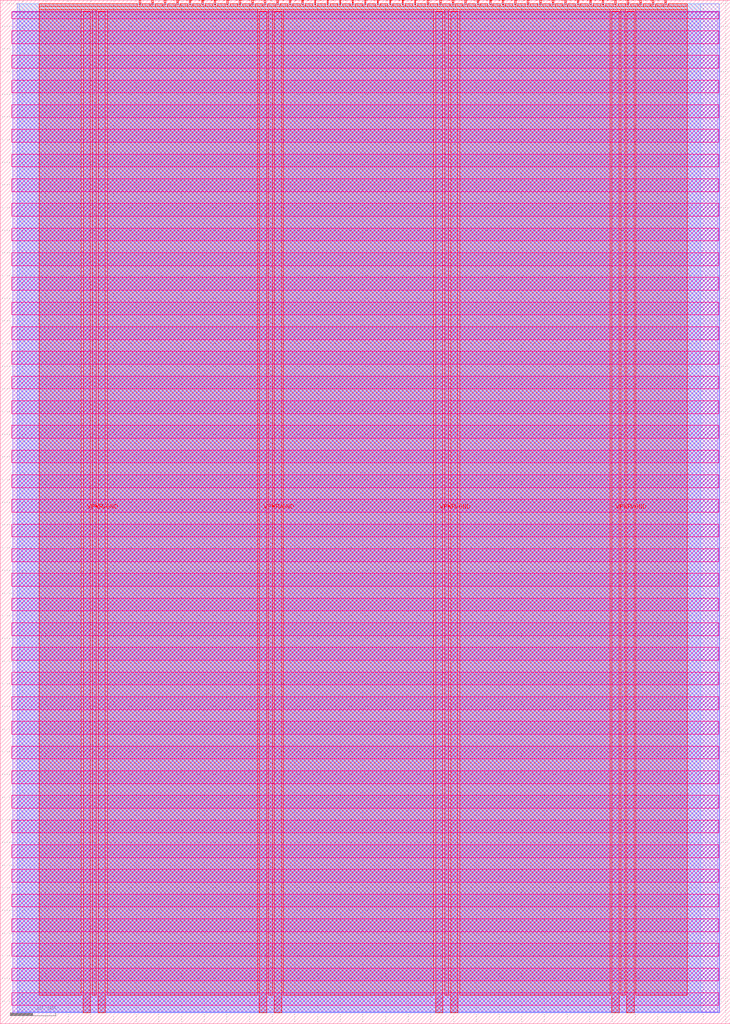
<source format=lef>
VERSION 5.7 ;
  NOWIREEXTENSIONATPIN ON ;
  DIVIDERCHAR "/" ;
  BUSBITCHARS "[]" ;
MACRO tt_um_rejunity_vga_test01
  CLASS BLOCK ;
  FOREIGN tt_um_rejunity_vga_test01 ;
  ORIGIN 0.000 0.000 ;
  SIZE 161.000 BY 225.760 ;
  PIN VGND
    DIRECTION INOUT ;
    USE GROUND ;
    PORT
      LAYER met4 ;
        RECT 21.580 2.480 23.180 223.280 ;
    END
    PORT
      LAYER met4 ;
        RECT 60.450 2.480 62.050 223.280 ;
    END
    PORT
      LAYER met4 ;
        RECT 99.320 2.480 100.920 223.280 ;
    END
    PORT
      LAYER met4 ;
        RECT 138.190 2.480 139.790 223.280 ;
    END
  END VGND
  PIN VPWR
    DIRECTION INOUT ;
    USE POWER ;
    PORT
      LAYER met4 ;
        RECT 18.280 2.480 19.880 223.280 ;
    END
    PORT
      LAYER met4 ;
        RECT 57.150 2.480 58.750 223.280 ;
    END
    PORT
      LAYER met4 ;
        RECT 96.020 2.480 97.620 223.280 ;
    END
    PORT
      LAYER met4 ;
        RECT 134.890 2.480 136.490 223.280 ;
    END
  END VPWR
  PIN clk
    DIRECTION INPUT ;
    USE SIGNAL ;
    ANTENNAGATEAREA 0.852000 ;
    PORT
      LAYER met4 ;
        RECT 143.830 224.760 144.130 225.760 ;
    END
  END clk
  PIN ena
    DIRECTION INPUT ;
    USE SIGNAL ;
    PORT
      LAYER met4 ;
        RECT 146.590 224.760 146.890 225.760 ;
    END
  END ena
  PIN rst_n
    DIRECTION INPUT ;
    USE SIGNAL ;
    ANTENNAGATEAREA 0.196500 ;
    PORT
      LAYER met4 ;
        RECT 141.070 224.760 141.370 225.760 ;
    END
  END rst_n
  PIN ui_in[0]
    DIRECTION INPUT ;
    USE SIGNAL ;
    PORT
      LAYER met4 ;
        RECT 138.310 224.760 138.610 225.760 ;
    END
  END ui_in[0]
  PIN ui_in[1]
    DIRECTION INPUT ;
    USE SIGNAL ;
    PORT
      LAYER met4 ;
        RECT 135.550 224.760 135.850 225.760 ;
    END
  END ui_in[1]
  PIN ui_in[2]
    DIRECTION INPUT ;
    USE SIGNAL ;
    PORT
      LAYER met4 ;
        RECT 132.790 224.760 133.090 225.760 ;
    END
  END ui_in[2]
  PIN ui_in[3]
    DIRECTION INPUT ;
    USE SIGNAL ;
    PORT
      LAYER met4 ;
        RECT 130.030 224.760 130.330 225.760 ;
    END
  END ui_in[3]
  PIN ui_in[4]
    DIRECTION INPUT ;
    USE SIGNAL ;
    PORT
      LAYER met4 ;
        RECT 127.270 224.760 127.570 225.760 ;
    END
  END ui_in[4]
  PIN ui_in[5]
    DIRECTION INPUT ;
    USE SIGNAL ;
    PORT
      LAYER met4 ;
        RECT 124.510 224.760 124.810 225.760 ;
    END
  END ui_in[5]
  PIN ui_in[6]
    DIRECTION INPUT ;
    USE SIGNAL ;
    PORT
      LAYER met4 ;
        RECT 121.750 224.760 122.050 225.760 ;
    END
  END ui_in[6]
  PIN ui_in[7]
    DIRECTION INPUT ;
    USE SIGNAL ;
    PORT
      LAYER met4 ;
        RECT 118.990 224.760 119.290 225.760 ;
    END
  END ui_in[7]
  PIN uio_in[0]
    DIRECTION INPUT ;
    USE SIGNAL ;
    PORT
      LAYER met4 ;
        RECT 116.230 224.760 116.530 225.760 ;
    END
  END uio_in[0]
  PIN uio_in[1]
    DIRECTION INPUT ;
    USE SIGNAL ;
    PORT
      LAYER met4 ;
        RECT 113.470 224.760 113.770 225.760 ;
    END
  END uio_in[1]
  PIN uio_in[2]
    DIRECTION INPUT ;
    USE SIGNAL ;
    PORT
      LAYER met4 ;
        RECT 110.710 224.760 111.010 225.760 ;
    END
  END uio_in[2]
  PIN uio_in[3]
    DIRECTION INPUT ;
    USE SIGNAL ;
    PORT
      LAYER met4 ;
        RECT 107.950 224.760 108.250 225.760 ;
    END
  END uio_in[3]
  PIN uio_in[4]
    DIRECTION INPUT ;
    USE SIGNAL ;
    PORT
      LAYER met4 ;
        RECT 105.190 224.760 105.490 225.760 ;
    END
  END uio_in[4]
  PIN uio_in[5]
    DIRECTION INPUT ;
    USE SIGNAL ;
    PORT
      LAYER met4 ;
        RECT 102.430 224.760 102.730 225.760 ;
    END
  END uio_in[5]
  PIN uio_in[6]
    DIRECTION INPUT ;
    USE SIGNAL ;
    PORT
      LAYER met4 ;
        RECT 99.670 224.760 99.970 225.760 ;
    END
  END uio_in[6]
  PIN uio_in[7]
    DIRECTION INPUT ;
    USE SIGNAL ;
    PORT
      LAYER met4 ;
        RECT 96.910 224.760 97.210 225.760 ;
    END
  END uio_in[7]
  PIN uio_oe[0]
    DIRECTION OUTPUT ;
    USE SIGNAL ;
    ANTENNADIFFAREA 0.445500 ;
    PORT
      LAYER met4 ;
        RECT 49.990 224.760 50.290 225.760 ;
    END
  END uio_oe[0]
  PIN uio_oe[1]
    DIRECTION OUTPUT ;
    USE SIGNAL ;
    ANTENNADIFFAREA 0.445500 ;
    PORT
      LAYER met4 ;
        RECT 47.230 224.760 47.530 225.760 ;
    END
  END uio_oe[1]
  PIN uio_oe[2]
    DIRECTION OUTPUT ;
    USE SIGNAL ;
    ANTENNADIFFAREA 0.445500 ;
    PORT
      LAYER met4 ;
        RECT 44.470 224.760 44.770 225.760 ;
    END
  END uio_oe[2]
  PIN uio_oe[3]
    DIRECTION OUTPUT ;
    USE SIGNAL ;
    ANTENNADIFFAREA 0.445500 ;
    PORT
      LAYER met4 ;
        RECT 41.710 224.760 42.010 225.760 ;
    END
  END uio_oe[3]
  PIN uio_oe[4]
    DIRECTION OUTPUT ;
    USE SIGNAL ;
    ANTENNADIFFAREA 0.445500 ;
    PORT
      LAYER met4 ;
        RECT 38.950 224.760 39.250 225.760 ;
    END
  END uio_oe[4]
  PIN uio_oe[5]
    DIRECTION OUTPUT ;
    USE SIGNAL ;
    ANTENNADIFFAREA 0.445500 ;
    PORT
      LAYER met4 ;
        RECT 36.190 224.760 36.490 225.760 ;
    END
  END uio_oe[5]
  PIN uio_oe[6]
    DIRECTION OUTPUT ;
    USE SIGNAL ;
    ANTENNADIFFAREA 0.445500 ;
    PORT
      LAYER met4 ;
        RECT 33.430 224.760 33.730 225.760 ;
    END
  END uio_oe[6]
  PIN uio_oe[7]
    DIRECTION OUTPUT ;
    USE SIGNAL ;
    ANTENNADIFFAREA 0.445500 ;
    PORT
      LAYER met4 ;
        RECT 30.670 224.760 30.970 225.760 ;
    END
  END uio_oe[7]
  PIN uio_out[0]
    DIRECTION OUTPUT ;
    USE SIGNAL ;
    ANTENNADIFFAREA 0.445500 ;
    PORT
      LAYER met4 ;
        RECT 72.070 224.760 72.370 225.760 ;
    END
  END uio_out[0]
  PIN uio_out[1]
    DIRECTION OUTPUT ;
    USE SIGNAL ;
    ANTENNADIFFAREA 0.445500 ;
    PORT
      LAYER met4 ;
        RECT 69.310 224.760 69.610 225.760 ;
    END
  END uio_out[1]
  PIN uio_out[2]
    DIRECTION OUTPUT ;
    USE SIGNAL ;
    ANTENNADIFFAREA 0.445500 ;
    PORT
      LAYER met4 ;
        RECT 66.550 224.760 66.850 225.760 ;
    END
  END uio_out[2]
  PIN uio_out[3]
    DIRECTION OUTPUT ;
    USE SIGNAL ;
    ANTENNADIFFAREA 0.445500 ;
    PORT
      LAYER met4 ;
        RECT 63.790 224.760 64.090 225.760 ;
    END
  END uio_out[3]
  PIN uio_out[4]
    DIRECTION OUTPUT ;
    USE SIGNAL ;
    ANTENNADIFFAREA 0.445500 ;
    PORT
      LAYER met4 ;
        RECT 61.030 224.760 61.330 225.760 ;
    END
  END uio_out[4]
  PIN uio_out[5]
    DIRECTION OUTPUT ;
    USE SIGNAL ;
    ANTENNADIFFAREA 0.445500 ;
    PORT
      LAYER met4 ;
        RECT 58.270 224.760 58.570 225.760 ;
    END
  END uio_out[5]
  PIN uio_out[6]
    DIRECTION OUTPUT ;
    USE SIGNAL ;
    ANTENNADIFFAREA 0.445500 ;
    PORT
      LAYER met4 ;
        RECT 55.510 224.760 55.810 225.760 ;
    END
  END uio_out[6]
  PIN uio_out[7]
    DIRECTION OUTPUT ;
    USE SIGNAL ;
    ANTENNADIFFAREA 0.445500 ;
    PORT
      LAYER met4 ;
        RECT 52.750 224.760 53.050 225.760 ;
    END
  END uio_out[7]
  PIN uo_out[0]
    DIRECTION OUTPUT ;
    USE SIGNAL ;
    ANTENNADIFFAREA 1.288000 ;
    PORT
      LAYER met4 ;
        RECT 94.150 224.760 94.450 225.760 ;
    END
  END uo_out[0]
  PIN uo_out[1]
    DIRECTION OUTPUT ;
    USE SIGNAL ;
    ANTENNADIFFAREA 0.911000 ;
    PORT
      LAYER met4 ;
        RECT 91.390 224.760 91.690 225.760 ;
    END
  END uo_out[1]
  PIN uo_out[2]
    DIRECTION OUTPUT ;
    USE SIGNAL ;
    ANTENNADIFFAREA 0.911000 ;
    PORT
      LAYER met4 ;
        RECT 88.630 224.760 88.930 225.760 ;
    END
  END uo_out[2]
  PIN uo_out[3]
    DIRECTION OUTPUT ;
    USE SIGNAL ;
    ANTENNADIFFAREA 0.795200 ;
    PORT
      LAYER met4 ;
        RECT 85.870 224.760 86.170 225.760 ;
    END
  END uo_out[3]
  PIN uo_out[4]
    DIRECTION OUTPUT ;
    USE SIGNAL ;
    ANTENNADIFFAREA 0.924000 ;
    PORT
      LAYER met4 ;
        RECT 83.110 224.760 83.410 225.760 ;
    END
  END uo_out[4]
  PIN uo_out[5]
    DIRECTION OUTPUT ;
    USE SIGNAL ;
    ANTENNADIFFAREA 0.911000 ;
    PORT
      LAYER met4 ;
        RECT 80.350 224.760 80.650 225.760 ;
    END
  END uo_out[5]
  PIN uo_out[6]
    DIRECTION OUTPUT ;
    USE SIGNAL ;
    ANTENNADIFFAREA 0.891000 ;
    PORT
      LAYER met4 ;
        RECT 77.590 224.760 77.890 225.760 ;
    END
  END uo_out[6]
  PIN uo_out[7]
    DIRECTION OUTPUT ;
    USE SIGNAL ;
    ANTENNADIFFAREA 0.445500 ;
    PORT
      LAYER met4 ;
        RECT 74.830 224.760 75.130 225.760 ;
    END
  END uo_out[7]
  OBS
      LAYER nwell ;
        RECT 2.570 221.625 158.430 223.230 ;
        RECT 2.570 216.185 158.430 219.015 ;
        RECT 2.570 210.745 158.430 213.575 ;
        RECT 2.570 205.305 158.430 208.135 ;
        RECT 2.570 199.865 158.430 202.695 ;
        RECT 2.570 194.425 158.430 197.255 ;
        RECT 2.570 188.985 158.430 191.815 ;
        RECT 2.570 183.545 158.430 186.375 ;
        RECT 2.570 178.105 158.430 180.935 ;
        RECT 2.570 172.665 158.430 175.495 ;
        RECT 2.570 167.225 158.430 170.055 ;
        RECT 2.570 161.785 158.430 164.615 ;
        RECT 2.570 156.345 158.430 159.175 ;
        RECT 2.570 150.905 158.430 153.735 ;
        RECT 2.570 145.465 158.430 148.295 ;
        RECT 2.570 140.025 158.430 142.855 ;
        RECT 2.570 134.585 158.430 137.415 ;
        RECT 2.570 129.145 158.430 131.975 ;
        RECT 2.570 123.705 158.430 126.535 ;
        RECT 2.570 118.265 158.430 121.095 ;
        RECT 2.570 112.825 158.430 115.655 ;
        RECT 2.570 107.385 158.430 110.215 ;
        RECT 2.570 101.945 158.430 104.775 ;
        RECT 2.570 96.505 158.430 99.335 ;
        RECT 2.570 91.065 158.430 93.895 ;
        RECT 2.570 85.625 158.430 88.455 ;
        RECT 2.570 80.185 158.430 83.015 ;
        RECT 2.570 74.745 158.430 77.575 ;
        RECT 2.570 69.305 158.430 72.135 ;
        RECT 2.570 63.865 158.430 66.695 ;
        RECT 2.570 58.425 158.430 61.255 ;
        RECT 2.570 52.985 158.430 55.815 ;
        RECT 2.570 47.545 158.430 50.375 ;
        RECT 2.570 42.105 158.430 44.935 ;
        RECT 2.570 36.665 158.430 39.495 ;
        RECT 2.570 31.225 158.430 34.055 ;
        RECT 2.570 25.785 158.430 28.615 ;
        RECT 2.570 20.345 158.430 23.175 ;
        RECT 2.570 14.905 158.430 17.735 ;
        RECT 2.570 9.465 158.430 12.295 ;
        RECT 2.570 4.025 158.430 6.855 ;
      LAYER li1 ;
        RECT 2.760 2.635 158.240 223.125 ;
      LAYER met1 ;
        RECT 2.760 2.480 158.630 223.280 ;
      LAYER met2 ;
        RECT 3.780 2.535 158.600 224.925 ;
      LAYER met3 ;
        RECT 4.205 2.555 154.495 224.905 ;
      LAYER met4 ;
        RECT 8.575 224.360 30.270 224.905 ;
        RECT 31.370 224.360 33.030 224.905 ;
        RECT 34.130 224.360 35.790 224.905 ;
        RECT 36.890 224.360 38.550 224.905 ;
        RECT 39.650 224.360 41.310 224.905 ;
        RECT 42.410 224.360 44.070 224.905 ;
        RECT 45.170 224.360 46.830 224.905 ;
        RECT 47.930 224.360 49.590 224.905 ;
        RECT 50.690 224.360 52.350 224.905 ;
        RECT 53.450 224.360 55.110 224.905 ;
        RECT 56.210 224.360 57.870 224.905 ;
        RECT 58.970 224.360 60.630 224.905 ;
        RECT 61.730 224.360 63.390 224.905 ;
        RECT 64.490 224.360 66.150 224.905 ;
        RECT 67.250 224.360 68.910 224.905 ;
        RECT 70.010 224.360 71.670 224.905 ;
        RECT 72.770 224.360 74.430 224.905 ;
        RECT 75.530 224.360 77.190 224.905 ;
        RECT 78.290 224.360 79.950 224.905 ;
        RECT 81.050 224.360 82.710 224.905 ;
        RECT 83.810 224.360 85.470 224.905 ;
        RECT 86.570 224.360 88.230 224.905 ;
        RECT 89.330 224.360 90.990 224.905 ;
        RECT 92.090 224.360 93.750 224.905 ;
        RECT 94.850 224.360 96.510 224.905 ;
        RECT 97.610 224.360 99.270 224.905 ;
        RECT 100.370 224.360 102.030 224.905 ;
        RECT 103.130 224.360 104.790 224.905 ;
        RECT 105.890 224.360 107.550 224.905 ;
        RECT 108.650 224.360 110.310 224.905 ;
        RECT 111.410 224.360 113.070 224.905 ;
        RECT 114.170 224.360 115.830 224.905 ;
        RECT 116.930 224.360 118.590 224.905 ;
        RECT 119.690 224.360 121.350 224.905 ;
        RECT 122.450 224.360 124.110 224.905 ;
        RECT 125.210 224.360 126.870 224.905 ;
        RECT 127.970 224.360 129.630 224.905 ;
        RECT 130.730 224.360 132.390 224.905 ;
        RECT 133.490 224.360 135.150 224.905 ;
        RECT 136.250 224.360 137.910 224.905 ;
        RECT 139.010 224.360 140.670 224.905 ;
        RECT 141.770 224.360 143.430 224.905 ;
        RECT 144.530 224.360 146.190 224.905 ;
        RECT 147.290 224.360 151.505 224.905 ;
        RECT 8.575 223.680 151.505 224.360 ;
        RECT 8.575 6.295 17.880 223.680 ;
        RECT 20.280 6.295 21.180 223.680 ;
        RECT 23.580 6.295 56.750 223.680 ;
        RECT 59.150 6.295 60.050 223.680 ;
        RECT 62.450 6.295 95.620 223.680 ;
        RECT 98.020 6.295 98.920 223.680 ;
        RECT 101.320 6.295 134.490 223.680 ;
        RECT 136.890 6.295 137.790 223.680 ;
        RECT 140.190 6.295 151.505 223.680 ;
  END
END tt_um_rejunity_vga_test01
END LIBRARY


</source>
